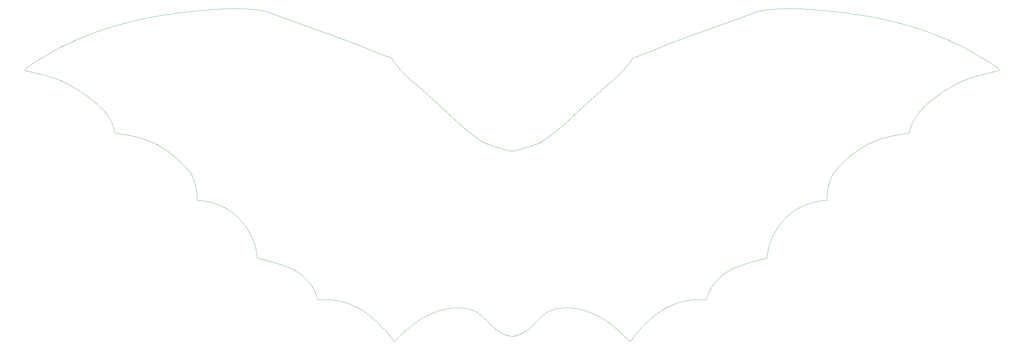
<source format=gm1>
%TF.GenerationSoftware,KiCad,Pcbnew,6.0.2+dfsg-1*%
%TF.CreationDate,2022-06-30T23:37:17+02:00*%
%TF.ProjectId,dragonwings_test,64726167-6f6e-4776-996e-67735f746573,v1.0.0*%
%TF.SameCoordinates,Original*%
%TF.FileFunction,Profile,NP*%
%FSLAX46Y46*%
G04 Gerber Fmt 4.6, Leading zero omitted, Abs format (unit mm)*
G04 Created by KiCad (PCBNEW 6.0.2+dfsg-1) date 2022-06-30 23:37:17*
%MOMM*%
%LPD*%
G01*
G04 APERTURE LIST*
%TA.AperFunction,Profile*%
%ADD10C,0.120385*%
%TD*%
G04 APERTURE END LIST*
D10*
X206109840Y-141101243D02*
X204551267Y-140614351D01*
X110070000Y-157920000D02*
X109670000Y-157910000D01*
X82695533Y-136283420D02*
X82695533Y-136283420D01*
X189130296Y-192674538D02*
X190049474Y-192522240D01*
X287057665Y-97884205D02*
X285692979Y-98382988D01*
X289143899Y-177043252D02*
X289822540Y-176859189D01*
X344917647Y-125506675D02*
X345837599Y-124792546D01*
X242716946Y-198476837D02*
X243694331Y-199348251D01*
X292456419Y-172478471D02*
X292608027Y-171967963D01*
X293429607Y-169932084D02*
X293781159Y-169188909D01*
X169781378Y-111607307D02*
X169454617Y-111495477D01*
X67670983Y-107508183D02*
X66461128Y-108093241D01*
X248577081Y-112380891D02*
X248499676Y-112482434D01*
X65836997Y-119720548D02*
X66938326Y-120264467D01*
X121935924Y-163209937D02*
X122385633Y-163650077D01*
X211120463Y-201356446D02*
X211415764Y-201271365D01*
X120032216Y-96317808D02*
X118749132Y-96335234D01*
X140555823Y-180554363D02*
X141257260Y-181012844D01*
X155155199Y-190284826D02*
X155751229Y-190437392D01*
X200141161Y-194839578D02*
X200442298Y-195106490D01*
X257561977Y-193510896D02*
X258020531Y-193222882D01*
X108732811Y-154500720D02*
X108808008Y-154975490D01*
X146670816Y-187038759D02*
X146916786Y-187583689D01*
X107073455Y-149386873D02*
X107073455Y-149386873D01*
X241672778Y-119927664D02*
X240963799Y-120521274D01*
X124762302Y-166548668D02*
X124762302Y-166548668D01*
X53750000Y-115920000D02*
X53675000Y-116040000D01*
X63188519Y-109851111D02*
X63188519Y-109851111D01*
X356830885Y-109848369D02*
X356830885Y-109848369D01*
X56894292Y-113490111D02*
X56894292Y-113490111D01*
X275328918Y-184019319D02*
X275744365Y-183557028D01*
X169454617Y-111495477D02*
X169052398Y-111350839D01*
X247187489Y-202584015D02*
X247359675Y-202742458D01*
X82695533Y-136283420D02*
X84799991Y-136597621D01*
X293568348Y-96549269D02*
X293568348Y-96549269D01*
X73421284Y-105023415D02*
X73421284Y-105023415D01*
X190956717Y-192415219D02*
X191849652Y-192353699D01*
X64231744Y-109259117D02*
X63188519Y-109851111D01*
X202354062Y-196961505D02*
X202354062Y-196961505D01*
X249945154Y-111704363D02*
X249804684Y-111754767D01*
X209753892Y-201498247D02*
X209460160Y-201469887D01*
X56894292Y-113490111D02*
X56378586Y-113825831D01*
X156940749Y-190807752D02*
X157540979Y-191027147D01*
X315449467Y-146473938D02*
X316150383Y-145764257D01*
X172546020Y-113956928D02*
X172353697Y-113701994D01*
X166527880Y-196776936D02*
X167508266Y-197733317D01*
X206109840Y-141101243D02*
X206109840Y-141101243D01*
X111288454Y-158063448D02*
X111712180Y-158137002D01*
X292302438Y-173084168D02*
X292456419Y-172478471D01*
X165937483Y-110132695D02*
X165937483Y-110132695D01*
X57751358Y-117156602D02*
X59392791Y-117555637D01*
X183497500Y-194526711D02*
X184438449Y-194107414D01*
X109928795Y-96932488D02*
X103873611Y-97582986D01*
X249159984Y-201499460D02*
X249159984Y-201499460D01*
X293568348Y-96549269D02*
X293568348Y-96549269D01*
X126910471Y-170662038D02*
X127188315Y-171348821D01*
X200765422Y-195404175D02*
X201114348Y-195735577D01*
X136463337Y-178726297D02*
X137496441Y-179087060D01*
X167004302Y-110565151D02*
X165937483Y-110132695D01*
X53675000Y-116040000D02*
X53630000Y-116130000D01*
X257110113Y-193809755D02*
X257561977Y-193510896D01*
X53916078Y-115728479D02*
X53819582Y-115830964D01*
X103873611Y-97582986D02*
X98143210Y-98392957D01*
X250211562Y-200190698D02*
X250611512Y-199732478D01*
X335219413Y-136594879D02*
X337323871Y-136280678D01*
X161998873Y-193225624D02*
X162457427Y-193513638D01*
X178648876Y-197387731D02*
X179004645Y-197126781D01*
X103174817Y-145093724D02*
X103869021Y-145766999D01*
X302966926Y-159816910D02*
X303357870Y-159641489D01*
X75101757Y-125509417D02*
X75980931Y-126231145D01*
X288325115Y-177274735D02*
X289143899Y-177043252D01*
X366344404Y-116037258D02*
X366269404Y-115917258D01*
X309136105Y-158001907D02*
X309519411Y-157958828D01*
X169781378Y-111607307D02*
X169781378Y-111607307D01*
X256662902Y-194120987D02*
X257110113Y-193809755D01*
X73421284Y-105023415D02*
X71823380Y-105677464D01*
X248634835Y-112311087D02*
X248577081Y-112380891D01*
X108917582Y-155904036D02*
X108950399Y-156352019D01*
X81928406Y-133842057D02*
X82034428Y-134148881D01*
X198582546Y-193719594D02*
X198831833Y-193863649D01*
X222545823Y-136895436D02*
X221387544Y-137755165D01*
X107247946Y-149708185D02*
X107418454Y-150058212D01*
X254081921Y-110129953D02*
X254081921Y-110129953D01*
X84799991Y-136597621D02*
X84799991Y-136597621D01*
X318459508Y-143661791D02*
X319418232Y-142888912D01*
X311705238Y-152596473D02*
X311835463Y-152134970D01*
X177212063Y-118952013D02*
X176587561Y-118367531D01*
X259962402Y-192148771D02*
X259962402Y-192148771D01*
X143906946Y-101848010D02*
X138684197Y-99969786D01*
X203975356Y-198551162D02*
X204302531Y-198850827D01*
X355787660Y-109256375D02*
X354700739Y-108672281D01*
X297363331Y-96345130D02*
X296060561Y-96392187D01*
X59392791Y-117555637D02*
X60807866Y-117924426D01*
X190049474Y-192522240D02*
X190956717Y-192415219D01*
X180908912Y-195887464D02*
X181316310Y-195651758D01*
X81484249Y-132735073D02*
X81599714Y-132996683D01*
X169807842Y-200193440D02*
X170181762Y-200639197D01*
X165594092Y-195918870D02*
X166056180Y-196336376D01*
X120017554Y-161602105D02*
X120513243Y-161979518D01*
X109030000Y-157920000D02*
X109350000Y-157910000D01*
X249837642Y-200636455D02*
X250211562Y-200190698D01*
X339845103Y-130548161D02*
X339845103Y-130548161D01*
X123242777Y-164570450D02*
X123648378Y-165049048D01*
X310349404Y-157907258D02*
X309949404Y-157917258D01*
X216397407Y-198213451D02*
X216782025Y-197839382D01*
X355938998Y-118962538D02*
X356906278Y-118614910D01*
X305096447Y-158981310D02*
X306024733Y-158689620D01*
X193871474Y-133955521D02*
X192497213Y-132739450D01*
X209390596Y-141972742D02*
X209688973Y-141994395D01*
X301270272Y-96332492D02*
X299987188Y-96315066D01*
X335219413Y-136594879D02*
X335219413Y-136594879D01*
X165139577Y-195522891D02*
X165594092Y-195918870D01*
X242716946Y-198476837D02*
X242716946Y-198476837D01*
X231817847Y-192869150D02*
X232753775Y-193111336D01*
X125117844Y-167111021D02*
X125490317Y-167755281D01*
X154553830Y-190152937D02*
X155155199Y-190284826D01*
X160057002Y-192151513D02*
X160057002Y-192151513D01*
X312435205Y-150431316D02*
X312600950Y-150055470D01*
X240278762Y-196615624D02*
X240650906Y-196867628D01*
X247665707Y-113699252D02*
X247473384Y-113954186D01*
X219235855Y-139167031D02*
X218890913Y-139343744D01*
X317500601Y-144487951D02*
X317500601Y-144487951D01*
X220597672Y-138318250D02*
X219903249Y-138778675D01*
X116661534Y-159644231D02*
X117052478Y-159819652D01*
X311211396Y-154972748D02*
X311286593Y-154497978D01*
X242807341Y-118949271D02*
X242807341Y-118949271D01*
X312771458Y-149705443D02*
X312945949Y-149384131D01*
X237860083Y-195188699D02*
X238286360Y-195417053D01*
X338654749Y-132478386D02*
X338779181Y-132230651D01*
X68960078Y-106914260D02*
X67670983Y-107508183D01*
X127996311Y-174395363D02*
X128103807Y-175003862D01*
X206906425Y-200585443D02*
X207625136Y-200902681D01*
X291915597Y-175001120D02*
X292023093Y-174392621D01*
X123648378Y-165049048D02*
X124037444Y-165538828D01*
X176587561Y-118367531D02*
X175880413Y-117665124D01*
X206000000Y-200120000D02*
X205723325Y-199952447D01*
X236521904Y-194523969D02*
X237424054Y-194963822D01*
X285692979Y-98382988D02*
X285692979Y-98382988D01*
X261870055Y-191267679D02*
X262478425Y-191024405D01*
X276112458Y-101845268D02*
X276112458Y-101845268D01*
X248763272Y-112213697D02*
X248904158Y-112134880D01*
X234637702Y-193729320D02*
X235580955Y-194104672D01*
X210000000Y-142000000D02*
X210000000Y-142000000D01*
X229048798Y-131346029D02*
X227522191Y-132736708D01*
X92710686Y-99367789D02*
X87549136Y-100512865D01*
X86205831Y-136824865D02*
X87551895Y-137078683D01*
X295257102Y-166545926D02*
X295610347Y-166036232D01*
X188201557Y-192871892D02*
X189130296Y-192674538D01*
X146107363Y-185985734D02*
X146401055Y-186506167D01*
X292711963Y-171666662D02*
X292831089Y-171346079D01*
X102518803Y-144490693D02*
X102518803Y-144490693D01*
X329937572Y-137670929D02*
X331176935Y-137358240D01*
X177960752Y-197923780D02*
X178300981Y-197653353D01*
X206000000Y-200120000D02*
X206286024Y-200278820D01*
X239508763Y-196124304D02*
X239898117Y-196367893D01*
X309949404Y-157917258D02*
X309519411Y-157958828D01*
X206109840Y-141101243D02*
X206109840Y-141101243D01*
X129649328Y-176722910D02*
X130196864Y-176861931D01*
X214568480Y-199769622D02*
X214841684Y-199573215D01*
X105865992Y-147869912D02*
X106398174Y-148485788D01*
X364174384Y-116712984D02*
X364174384Y-116712984D01*
X311584459Y-153066421D02*
X311705238Y-152596473D01*
X238851715Y-122300114D02*
X236927221Y-124012018D01*
X346598120Y-105020673D02*
X342088065Y-103332551D01*
X187302988Y-127906757D02*
X185233353Y-125969359D01*
X121340863Y-96322093D02*
X120032216Y-96317808D01*
X349844721Y-122072809D02*
X350908211Y-121442266D01*
X138381271Y-179433129D02*
X138780887Y-179606003D01*
X242315033Y-119380241D02*
X241672778Y-119927664D01*
X116335665Y-96436081D02*
X109928795Y-96932488D01*
X170604989Y-111907538D02*
X170833152Y-112003901D01*
X198631860Y-137757907D02*
X198631860Y-137757907D01*
X321876194Y-98390215D02*
X316145793Y-97580244D01*
X278195969Y-181408474D02*
X278762144Y-181010102D01*
X259962402Y-192148771D02*
X259962402Y-192148771D01*
X121473345Y-162784252D02*
X121935924Y-163209937D01*
X127681713Y-96657518D02*
X126451056Y-96552011D01*
X262991693Y-106627443D02*
X258237436Y-108453294D01*
X106963107Y-149213509D02*
X107073455Y-149386873D01*
X351059326Y-106911518D02*
X349679143Y-106303141D01*
X172376636Y-202997596D02*
X172506539Y-202883423D01*
X238703094Y-195649016D02*
X239110492Y-195884722D01*
X199421732Y-138320992D02*
X198631860Y-137757907D01*
X288593324Y-97352070D02*
X288134704Y-97504116D01*
X215468137Y-140611609D02*
X213909564Y-141098501D01*
X230767093Y-129746534D02*
X229048798Y-131346029D01*
X281335207Y-99967044D02*
X276112458Y-101845268D01*
X150644756Y-189750955D02*
X151348935Y-189775603D01*
X55845020Y-116715726D02*
X55845020Y-116715726D01*
X245879147Y-201350494D02*
X246803310Y-202221783D01*
X144690486Y-184022061D02*
X145081302Y-184495626D01*
X321352260Y-141495370D02*
X322336129Y-140870890D01*
X71823380Y-105677464D02*
X70340261Y-106305883D01*
X302067476Y-160275155D02*
X302600017Y-159994554D01*
X364174384Y-116712984D02*
X364174384Y-116712984D01*
X281638133Y-179430387D02*
X282522963Y-179084318D01*
X93535497Y-138813147D02*
X94612852Y-139266469D01*
X153321592Y-189947982D02*
X153943751Y-190040922D01*
X353081078Y-120261725D02*
X354182407Y-119717806D01*
X294151636Y-168454238D02*
X294529087Y-167752539D01*
X110883299Y-158004649D02*
X111288454Y-158063448D01*
X346598120Y-105020673D02*
X346598120Y-105020673D01*
X147669944Y-189734548D02*
X149911646Y-189741379D01*
X60807866Y-117924426D02*
X62035129Y-118274566D01*
X167508266Y-197733317D02*
X167508266Y-197733317D01*
X273348588Y-187036017D02*
X273618349Y-186503425D01*
X54387788Y-115307572D02*
X54045230Y-115605296D01*
X171115246Y-112137622D02*
X171256132Y-112216439D01*
X235580955Y-194104672D02*
X236521904Y-194523969D01*
X82245407Y-134808808D02*
X82245407Y-134808808D01*
X182595350Y-194966564D02*
X183497500Y-194526711D01*
X345837599Y-124792546D02*
X346794307Y-124089055D01*
X170859420Y-201502202D02*
X170859420Y-201502202D01*
X258237436Y-108453294D02*
X254081921Y-110129953D01*
X173048810Y-114574942D02*
X172546020Y-113956928D01*
X308307224Y-158134260D02*
X308730950Y-158060706D01*
X170480696Y-111857992D02*
X170350404Y-111807894D01*
X72235659Y-123401985D02*
X73225097Y-124091797D01*
X306024733Y-158689620D02*
X306957392Y-158433815D01*
X82245407Y-134808808D02*
X82695533Y-136283420D01*
X316145793Y-97580244D02*
X310090609Y-96929746D01*
X168979937Y-199262318D02*
X169407892Y-199735220D01*
X272880299Y-188138391D02*
X273102618Y-187580947D01*
X200442298Y-195106490D02*
X200765422Y-195404175D01*
X87549136Y-100512865D02*
X82631655Y-101833572D01*
X337984976Y-134146139D02*
X338090998Y-133839315D01*
X165937483Y-110132695D02*
X165937483Y-110132695D01*
X142364139Y-181819798D02*
X142879511Y-182238767D01*
X64080406Y-118965280D02*
X64975514Y-119329047D01*
X218890913Y-139343744D02*
X218527069Y-139513911D01*
X221953359Y-193456331D02*
X222228200Y-193333982D01*
X139158799Y-179781624D02*
X139520127Y-179962130D01*
X209840947Y-141998750D02*
X209688973Y-141994395D01*
X273618349Y-186503425D02*
X273912041Y-185982992D01*
X130875505Y-177045994D02*
X131694289Y-177277477D01*
X221436858Y-193716852D02*
X221690850Y-193582973D01*
X169407892Y-199735220D02*
X169807842Y-200193440D01*
X242716946Y-198476837D02*
X242716946Y-198476837D01*
X250238026Y-111604565D02*
X250089804Y-111654206D01*
X250564787Y-111492735D02*
X250238026Y-111604565D01*
X219577106Y-195103748D02*
X219878243Y-194836836D01*
X212394268Y-200899939D02*
X212394268Y-200899939D01*
X354700739Y-108672281D02*
X353558276Y-108090499D01*
X312945949Y-149384131D02*
X312945949Y-149384131D01*
X55845020Y-116715726D02*
X55845020Y-116715726D01*
X366199822Y-115828222D02*
X366103326Y-115725737D01*
X280499277Y-179959388D02*
X280860605Y-179778882D01*
X125867768Y-168456980D02*
X126238245Y-169191651D01*
X303769572Y-159469255D02*
X304198753Y-159301171D01*
X117510615Y-96374586D02*
X116335665Y-96436081D01*
X168032100Y-198263586D02*
X168521999Y-198772513D01*
X218527069Y-139513911D02*
X218135771Y-139681357D01*
X199858199Y-194600498D02*
X200141161Y-194839578D01*
X128199704Y-175726902D02*
X128226155Y-176071417D01*
X248634835Y-112311087D02*
X248763272Y-112213697D01*
X199589598Y-194386307D02*
X199858199Y-194600498D01*
X198631860Y-137757907D02*
X198631860Y-137757907D01*
X324358993Y-139756977D02*
X325406552Y-139263727D01*
X364493703Y-116640006D02*
X364780012Y-116573340D01*
X109010000Y-157440000D02*
X109020000Y-157700000D01*
X310669404Y-157907258D02*
X310989404Y-157917258D01*
X143906946Y-101848010D02*
X143906946Y-101848010D01*
X118999482Y-160901277D02*
X119512662Y-161242419D01*
X341010035Y-129130525D02*
X341685859Y-128408792D01*
X199080228Y-194020826D02*
X199331546Y-194194064D01*
X247811786Y-113487855D02*
X247811786Y-113487855D01*
X213909564Y-141098501D02*
X213909564Y-141098501D01*
X219253982Y-195401433D02*
X219577106Y-195103748D01*
X296060561Y-96392187D02*
X294789233Y-96460305D01*
X310090609Y-96929746D02*
X303683739Y-96433339D01*
X177302458Y-198479579D02*
X177302458Y-198479579D01*
X58954750Y-112268649D02*
X58178721Y-112718877D01*
X337323871Y-136280678D02*
X337323871Y-136280678D01*
X80830824Y-131512900D02*
X80679965Y-131275454D01*
X128226155Y-176071417D02*
X128226155Y-176381417D01*
X301540472Y-160576755D02*
X302067476Y-160275155D01*
X294529087Y-167752539D02*
X294901560Y-167108279D01*
X195132728Y-135031194D02*
X193871474Y-133955521D01*
X147337914Y-188711270D02*
X147337914Y-188711270D01*
X366103326Y-115725737D02*
X365974174Y-115602554D01*
X287357152Y-177556017D02*
X288325115Y-177274735D01*
X308730950Y-158060706D02*
X309136105Y-158001907D01*
X263078655Y-190805010D02*
X263674115Y-190608691D01*
X197500220Y-193215725D02*
X197500220Y-193215725D01*
X198831833Y-193863649D02*
X199080228Y-194020826D01*
X237424054Y-194963822D02*
X237860083Y-195188699D01*
X276112458Y-101845268D02*
X268798698Y-104481676D01*
X120998812Y-162373840D02*
X121473345Y-162784252D01*
X260615413Y-191829061D02*
X261250174Y-191535630D01*
X207969910Y-201044483D02*
X208295444Y-201167377D01*
X187302988Y-127906757D02*
X187302988Y-127906757D01*
X215410804Y-199116242D02*
X215716873Y-198848085D01*
X249159984Y-201499460D02*
X249487775Y-201071969D01*
X170214720Y-111757509D02*
X170074250Y-111707105D01*
X299987188Y-96315066D02*
X298678541Y-96319351D01*
X127562985Y-172481213D02*
X127716966Y-173086910D01*
X240271321Y-121090804D02*
X239642642Y-121616391D01*
X274229804Y-185474543D02*
X274571778Y-184977899D01*
X310989404Y-157917258D02*
X310999404Y-157697258D01*
X164690598Y-195146913D02*
X165139577Y-195522891D01*
X217665342Y-196958763D02*
X217665342Y-196958763D01*
X242807341Y-118949271D02*
X242807341Y-118949271D01*
X292831089Y-171346079D02*
X293108933Y-170659296D01*
X110499993Y-157961570D02*
X110883299Y-158004649D01*
X206286024Y-200278820D02*
X206586474Y-200432702D01*
X290156188Y-96936435D02*
X289783840Y-97016671D01*
X247849404Y-203187258D02*
X247642768Y-202994854D01*
X73421284Y-105023415D02*
X73421284Y-105023415D01*
X107898278Y-151251621D02*
X108045052Y-151687548D01*
X335219413Y-136594879D02*
X335219413Y-136594879D01*
X172659729Y-202745200D02*
X172831915Y-202586757D01*
X107418454Y-150058212D02*
X107584199Y-150434058D01*
X212049494Y-201041741D02*
X212394268Y-200899939D01*
X229969930Y-192519498D02*
X230889108Y-192671796D01*
X209184097Y-201422620D02*
X209460160Y-201469887D01*
X123958843Y-96394929D02*
X122656073Y-96347872D01*
X203307773Y-140208350D02*
X204551267Y-140614351D01*
X254879827Y-195520149D02*
X255328806Y-195144171D01*
X259962402Y-192148771D02*
X260615413Y-191829061D01*
X313208249Y-148999979D02*
X313397872Y-148755995D01*
X313621230Y-148483046D02*
X314153412Y-147867170D01*
X82245407Y-134808808D02*
X82245407Y-134808808D01*
X160057002Y-192151513D02*
X160057002Y-192151513D01*
X337387749Y-101830830D02*
X332470268Y-100510123D01*
X53630000Y-116130000D02*
X53910000Y-116230000D01*
X181167689Y-122302856D02*
X180376762Y-121619133D01*
X278762144Y-181010102D02*
X279463581Y-180551621D01*
X106811155Y-149002721D02*
X106963107Y-149213509D01*
X180121287Y-196370635D02*
X180510641Y-196127046D01*
X248673470Y-202142209D02*
X249159984Y-201499460D01*
X184438449Y-194107414D02*
X185381702Y-193732062D01*
X209236359Y-141953630D02*
X209073534Y-141927786D01*
X200448954Y-138982692D02*
X200116155Y-138781417D01*
X289013595Y-97221884D02*
X288593324Y-97352070D01*
X291356387Y-96753954D02*
X290931274Y-96807681D01*
X252511138Y-197730575D02*
X252511138Y-197730575D01*
X108977478Y-156878285D02*
X108989852Y-157086834D01*
X144275039Y-183559770D02*
X144690486Y-184022061D01*
X108645048Y-154022811D02*
X108732811Y-154500720D01*
X159403991Y-191831803D02*
X160057002Y-192151513D01*
X251934747Y-110984584D02*
X250967006Y-111348097D01*
X149911646Y-189741379D02*
X150644756Y-189750955D01*
X108950399Y-156352019D02*
X108977478Y-156878285D01*
X244795609Y-200349393D02*
X245879147Y-201350494D01*
X81364655Y-132481128D02*
X81484249Y-132735073D01*
X364705476Y-114579158D02*
X364176749Y-114194180D01*
X362268046Y-117153860D02*
X364174384Y-116712984D01*
X171917282Y-202873833D02*
X172043998Y-203026911D01*
X247473384Y-113954186D02*
X246970594Y-114572200D01*
X179748083Y-121093546D02*
X179748083Y-121093546D01*
X161531592Y-192946931D02*
X161998873Y-193225624D01*
X124762302Y-166548668D02*
X124762302Y-166548668D01*
X222519184Y-193212983D02*
X223245512Y-192949780D01*
X199331546Y-194194064D02*
X199589598Y-194386307D01*
X167508266Y-197733317D02*
X167508266Y-197733317D01*
X160057002Y-192151513D02*
X160562694Y-192411401D01*
X176325073Y-199350993D02*
X177302458Y-198479579D01*
X276112458Y-101845268D02*
X276112458Y-101845268D01*
X292023093Y-174392621D02*
X292155018Y-173737928D01*
X272349460Y-189731806D02*
X272681490Y-188708528D01*
X190970606Y-131348771D02*
X189252311Y-129749276D01*
X130235564Y-97019413D02*
X129863216Y-96939177D01*
X179004645Y-197126781D02*
X179368498Y-196870370D01*
X201492888Y-196103638D02*
X202354062Y-196961505D01*
X108950399Y-156352019D02*
X108950399Y-156352019D01*
X337773997Y-134806066D02*
X337879545Y-134467904D01*
X240271321Y-121090804D02*
X240271321Y-121090804D01*
X311286593Y-154497978D02*
X311374356Y-154020069D01*
X146916786Y-187583689D02*
X147139105Y-188141133D01*
X206586474Y-200432702D02*
X206906425Y-200585443D01*
X160562694Y-192411401D02*
X161053544Y-192676032D01*
X251497405Y-198769771D02*
X251987304Y-198260844D01*
X254425312Y-195916128D02*
X254879827Y-195520149D01*
X291793249Y-176378675D02*
X291793249Y-176068675D01*
X153943751Y-190040922D02*
X154553830Y-190152937D01*
X145789600Y-185477285D02*
X146107363Y-185985734D01*
X77600849Y-127685243D02*
X78333545Y-128411534D01*
X297197847Y-164101112D02*
X297633771Y-163647335D01*
X145447626Y-184980641D02*
X145789600Y-185477285D01*
X104569937Y-146476680D02*
X105246087Y-147188930D01*
X177302458Y-198479579D02*
X177627981Y-198199144D01*
X270107758Y-189738637D02*
X270107758Y-189738637D01*
X296371026Y-165046306D02*
X296776627Y-164567708D01*
X55239392Y-116576082D02*
X54984380Y-116515117D01*
X80174301Y-130550903D02*
X80352411Y-130795911D01*
X81711757Y-133267413D02*
X81821085Y-133548720D01*
X351988338Y-120837558D02*
X353081078Y-120261725D01*
X100601172Y-142891654D02*
X101559896Y-143664533D01*
X346598120Y-105020673D02*
X346598120Y-105020673D01*
X338535155Y-132732331D02*
X338654749Y-132478386D01*
X138684197Y-99969786D02*
X134326425Y-98385730D01*
X268798698Y-104481676D02*
X262991693Y-106627443D01*
X249083594Y-112047443D02*
X248904158Y-112134880D01*
X356906278Y-118614910D02*
X357984275Y-118271824D01*
X338307647Y-133264671D02*
X338419690Y-132993941D01*
X181316310Y-195651758D02*
X181733044Y-195419795D01*
X317500601Y-144487951D02*
X317500601Y-144487951D01*
X212029681Y-141665833D02*
X212323961Y-141579524D01*
X69111193Y-121445008D02*
X70174683Y-122075551D01*
X310999404Y-157697258D02*
X311009404Y-157437258D01*
X261250174Y-191535630D02*
X261870055Y-191267679D01*
X112151201Y-158224348D02*
X113062012Y-158436557D01*
X234786051Y-125966617D02*
X232716416Y-127904015D01*
X64975514Y-119329047D02*
X65836997Y-119720548D01*
X155751229Y-190437392D02*
X156345289Y-190611433D01*
X292608027Y-171967963D02*
X292608027Y-171967963D01*
X91274270Y-138018656D02*
X92424064Y-138397845D01*
X220161205Y-194597756D02*
X220429806Y-194383565D01*
X242807341Y-118949271D02*
X242315033Y-119380241D01*
X173216094Y-202224525D02*
X173216094Y-202224525D01*
X80974015Y-131750735D02*
X81110245Y-131990414D01*
X197500220Y-193215725D02*
X197500220Y-193215725D01*
X55313928Y-114581900D02*
X54819830Y-114959278D01*
X213112979Y-200582701D02*
X213432930Y-200429960D01*
X187302988Y-127906757D02*
X187302988Y-127906757D01*
X313397872Y-148755995D02*
X313621230Y-148483046D01*
X127411377Y-171970705D02*
X127562985Y-172481213D01*
X179748083Y-121093546D02*
X179748083Y-121093546D01*
X311374356Y-154020069D02*
X311473904Y-153541918D01*
X57461241Y-113144000D02*
X56894292Y-113490111D01*
X227293498Y-192335159D02*
X228169752Y-192350957D01*
X151348935Y-189775603D02*
X152027553Y-189816123D01*
X183497500Y-194526711D02*
X183497500Y-194526711D01*
X207625136Y-200902681D02*
X207969910Y-201044483D01*
X173674817Y-115299702D02*
X173048810Y-114574942D01*
X108808008Y-154975490D02*
X108869859Y-155444228D01*
X241370528Y-197384989D02*
X241718423Y-197650611D01*
X197791204Y-193336724D02*
X198066045Y-193459073D01*
X247359675Y-202742458D02*
X247512865Y-202880681D01*
X361064654Y-112265907D02*
X360322060Y-111844478D01*
X168032100Y-198263586D02*
X167508266Y-197733317D01*
X172831915Y-202586757D02*
X173018801Y-202411922D01*
X316844587Y-145090982D02*
X317500601Y-144487951D01*
X120513243Y-161979518D02*
X120998812Y-162373840D01*
X269374648Y-189748213D02*
X270107758Y-189738637D01*
X263674115Y-190608691D02*
X264268175Y-190434650D01*
X208295444Y-201167377D02*
X208604488Y-201271365D01*
X108045052Y-151687548D02*
X108183941Y-152137712D01*
X254081921Y-110129953D02*
X254081921Y-110129953D01*
X245636535Y-116083534D02*
X244887613Y-116886986D01*
X311029552Y-157084092D02*
X311041926Y-156875543D01*
X337773997Y-134806066D02*
X337773997Y-134806066D01*
X122821557Y-164103854D02*
X123242777Y-164570450D01*
X331176935Y-137358240D02*
X332467509Y-137075941D01*
X339045389Y-131747993D02*
X339188580Y-131510158D01*
X223245512Y-192949780D02*
X224002761Y-192733633D01*
X118478932Y-160579497D02*
X118999482Y-160901277D01*
X170859420Y-201502202D02*
X171345934Y-202144951D01*
X87551895Y-137078683D02*
X88842469Y-137360982D01*
X365035024Y-116512375D02*
X365260451Y-116456499D01*
X285692979Y-98382988D02*
X281335207Y-99967044D01*
X130612699Y-97113694D02*
X130235564Y-97019413D01*
X360322060Y-111844478D02*
X360322060Y-111844478D01*
X182159321Y-195191441D02*
X182595350Y-194966564D01*
X222228200Y-193333982D02*
X222519184Y-193212983D01*
X359211538Y-117921684D02*
X360626613Y-117552895D01*
X344038473Y-126228403D02*
X344917647Y-125506675D01*
X201492335Y-139516653D02*
X201128491Y-139346486D01*
X247849404Y-203187258D02*
X247975406Y-203024169D01*
X357984275Y-118271824D02*
X359211538Y-117921684D01*
X342418555Y-127682501D02*
X343204101Y-126954692D01*
X289406705Y-97110952D02*
X289013595Y-97221884D01*
X175131791Y-116889728D02*
X174382869Y-116086276D01*
X363640818Y-113823089D02*
X363125112Y-113487369D01*
X288134704Y-97504116D02*
X287057665Y-97884205D01*
X244887613Y-116886986D02*
X244138991Y-117662382D01*
X81240223Y-132233393D02*
X81364655Y-132481128D01*
X143369692Y-182668300D02*
X143834821Y-183108575D01*
X98143210Y-98392957D02*
X92710686Y-99367789D01*
X117419387Y-159997296D02*
X117951928Y-160277897D01*
X247975406Y-203024169D02*
X248102122Y-202871091D01*
X186324887Y-193400876D02*
X187265629Y-193114078D01*
X196320317Y-136000677D02*
X195132728Y-135031194D01*
X166056180Y-196336376D02*
X166527880Y-196776936D01*
X366269404Y-115917258D02*
X366199822Y-115828222D01*
X126589797Y-169934826D02*
X126910471Y-170662038D01*
X239898117Y-196367893D02*
X240278762Y-196615624D01*
X130196864Y-176861931D02*
X130875505Y-177045994D01*
X230889108Y-192671796D02*
X231817847Y-192869150D01*
X122656073Y-96347872D02*
X121340863Y-96322093D01*
X296776627Y-164567708D02*
X297197847Y-164101112D01*
X161781968Y-108456036D02*
X157027711Y-106630185D01*
X212029681Y-141665833D02*
X211765168Y-141738944D01*
X309519411Y-157958828D02*
X309519411Y-157958828D01*
X293568348Y-96549269D02*
X292337691Y-96654776D01*
X250967006Y-111348097D02*
X250564787Y-111492735D01*
X314153412Y-147867170D02*
X314773317Y-147186188D01*
X339339439Y-131272712D02*
X339498674Y-131034201D01*
X239642642Y-121616391D02*
X238851715Y-122300114D01*
X88842469Y-137360982D02*
X90081832Y-137673671D01*
X122385633Y-163650077D02*
X122821557Y-164103854D01*
X208896734Y-141896020D02*
X209073534Y-141927786D01*
X79624295Y-129847403D02*
X80174301Y-130550903D01*
X267335421Y-189870573D02*
X267991851Y-189813381D01*
X54758953Y-116459241D02*
X54984380Y-116515117D01*
X172043998Y-203026911D02*
X172170000Y-203190000D01*
X292608027Y-171967963D02*
X292608027Y-171967963D01*
X338419690Y-132993941D02*
X338535155Y-132732331D01*
X124762302Y-166548668D02*
X125117844Y-167111021D01*
X239110492Y-195884722D02*
X239508763Y-196124304D01*
X126451056Y-96552011D02*
X125230171Y-96463047D01*
X198066045Y-193459073D02*
X198328554Y-193585715D01*
X298678541Y-96319351D02*
X297363331Y-96345130D01*
X169929600Y-111656948D02*
X169781378Y-111607307D01*
X165937483Y-110132695D02*
X161781968Y-108456036D01*
X131884700Y-97506858D02*
X131426080Y-97354812D01*
X325406552Y-139263727D02*
X326483907Y-138810405D01*
X253015102Y-110562409D02*
X251934747Y-110984584D01*
X203307773Y-140208350D02*
X202310936Y-139852648D01*
X209998543Y-201507700D02*
X209753892Y-201498247D01*
X264268175Y-190434650D02*
X264864205Y-190282084D01*
X185233353Y-125969359D02*
X183092183Y-124014760D01*
X332470268Y-100510123D02*
X327308718Y-99365047D01*
X107073455Y-149386873D02*
X107247946Y-149708185D01*
X128177940Y-175519038D02*
X128103807Y-175003862D01*
X293781159Y-169188909D02*
X294151636Y-168454238D01*
X168084657Y-110987326D02*
X167004302Y-110565151D01*
X258487812Y-192944189D02*
X258965860Y-192673290D01*
X105246087Y-147188930D02*
X105865992Y-147869912D01*
X221387544Y-137755165D02*
X221387544Y-137755165D01*
X294901560Y-167108279D02*
X295257102Y-166545926D01*
X210311026Y-141994395D02*
X210609404Y-141972742D01*
X139520127Y-179962130D02*
X139869993Y-180149662D01*
X73225097Y-124091797D02*
X74181805Y-124795288D01*
X96682458Y-140294804D02*
X97683275Y-140873632D01*
X242391423Y-198196402D02*
X242716946Y-198476837D01*
X247000603Y-202409180D02*
X247187489Y-202584015D01*
X223699087Y-135997935D02*
X222545823Y-136895436D01*
X276184583Y-183105833D02*
X276649712Y-182665558D01*
X53910000Y-116230000D02*
X54243064Y-116316033D01*
X279463581Y-180551621D02*
X280149411Y-180146920D01*
X207625136Y-200902681D02*
X207625136Y-200902681D01*
X92424064Y-138397845D02*
X93535497Y-138813147D01*
X196773892Y-192952522D02*
X197500220Y-193215725D01*
X178346626Y-119930406D02*
X177704371Y-119382983D01*
X340395109Y-129844661D02*
X341010035Y-129130525D01*
X81110245Y-131990414D02*
X81240223Y-132233393D01*
X313056297Y-149210767D02*
X313208249Y-148999979D01*
X320381055Y-142167408D02*
X321352260Y-141495370D01*
X317500601Y-144487951D02*
X318459508Y-143661791D01*
X211120463Y-201356446D02*
X210836155Y-201422620D01*
X141823435Y-181411216D02*
X142364139Y-181819798D01*
X170074250Y-111707105D02*
X169929600Y-111656948D01*
X311835463Y-152134970D02*
X311974352Y-151684806D01*
X365631616Y-115304830D02*
X365199574Y-114956536D01*
X283556067Y-178723555D02*
X284778414Y-178330980D01*
X80830824Y-131512900D02*
X80974015Y-131750735D01*
X255328806Y-195144171D02*
X255774286Y-194786669D01*
X319418232Y-142888912D02*
X320381055Y-142167408D01*
X185381702Y-193732062D02*
X186324887Y-193400876D01*
X337773997Y-134806066D02*
X337773997Y-134806066D01*
X169052398Y-111350839D02*
X168084657Y-110987326D01*
X248499676Y-112482434D02*
X248405998Y-112610889D01*
X171115246Y-112137622D02*
X170935810Y-112050185D01*
X352348421Y-107505441D02*
X351059326Y-106911518D01*
X191849652Y-192353699D02*
X192725906Y-192337901D01*
X311101822Y-155901294D02*
X311149545Y-155441486D01*
X54243064Y-116316033D02*
X54472540Y-116383631D01*
X54472540Y-116383631D02*
X54561400Y-116407842D01*
X214568480Y-199769622D02*
X214296079Y-199949705D01*
X218905056Y-195732835D02*
X218526516Y-196100896D01*
X107744401Y-150832826D02*
X107584199Y-150434058D01*
X157027711Y-106630185D02*
X151220706Y-104484418D01*
X198328554Y-193585715D02*
X198582546Y-193719594D01*
X244138991Y-117662382D02*
X243431843Y-118364789D01*
X356830885Y-109848369D02*
X356830885Y-109848369D01*
X108314166Y-152599215D02*
X108434945Y-153069163D01*
X262478425Y-191024405D02*
X263078655Y-190805010D01*
X311473904Y-153541918D02*
X311584459Y-153066421D01*
X241718423Y-197650611D02*
X242058652Y-197921038D01*
X132961739Y-97886947D02*
X131884700Y-97506858D01*
X312435205Y-150431316D02*
X312275003Y-150830084D01*
X219570450Y-138979950D02*
X219235855Y-139167031D01*
X303683739Y-96433339D02*
X302508789Y-96371844D01*
X217665342Y-196958763D02*
X217665342Y-196958763D01*
X281238517Y-179603261D02*
X281638133Y-179430387D01*
X250238026Y-111604565D02*
X250238026Y-111604565D01*
X251039467Y-199259576D02*
X251497405Y-198769771D01*
X248299427Y-112761426D02*
X248061119Y-113109441D01*
X338779181Y-132230651D02*
X338909159Y-131987672D01*
X273912041Y-185982992D02*
X274229804Y-185474543D01*
X248061119Y-113109441D02*
X247811786Y-113487855D01*
X276649712Y-182665558D02*
X277139893Y-182236025D01*
X312945949Y-149384131D02*
X312945949Y-149384131D01*
X172207618Y-113490597D02*
X171958285Y-113112183D01*
X299020592Y-162371098D02*
X299506161Y-161976776D01*
X294789233Y-96460305D02*
X293568348Y-96549269D01*
X311974352Y-151684806D02*
X312121126Y-151248879D01*
X108950399Y-156352019D02*
X108950399Y-156352019D01*
X171755118Y-202671288D02*
X171917282Y-202873833D01*
X247512865Y-202880681D02*
X247642768Y-202994854D01*
X211724808Y-201167377D02*
X212049494Y-201041741D01*
X59697344Y-111847220D02*
X58954750Y-112268649D01*
X132662252Y-177558759D02*
X133788431Y-177892217D01*
X113994671Y-158692362D02*
X114922957Y-158984052D01*
X54819830Y-114959278D02*
X54387788Y-115307572D01*
X108545500Y-153544660D02*
X108645048Y-154022811D01*
X126451056Y-96552011D02*
X126451056Y-96552011D01*
X82695533Y-136283420D02*
X82695533Y-136283420D01*
X241014759Y-197124039D02*
X241370528Y-197384989D01*
X81599714Y-132996683D02*
X81711757Y-133267413D01*
X322336129Y-140870890D02*
X323336946Y-140292062D01*
X210926466Y-141927786D02*
X211316739Y-141852272D01*
X129484467Y-96870382D02*
X129088130Y-96810423D01*
X126238245Y-169191651D02*
X126589797Y-169934826D01*
X280860605Y-179778882D02*
X281238517Y-179603261D01*
X272681490Y-188708528D02*
X272681490Y-188708528D01*
X110499993Y-157961570D02*
X110070000Y-157920000D01*
X110499993Y-157961570D02*
X110499993Y-157961570D01*
X219878243Y-194836836D02*
X220161205Y-194597756D01*
X215716873Y-198848085D02*
X216044048Y-198548420D01*
X360322060Y-111844478D02*
X360322060Y-111844478D01*
X180376762Y-121619133D02*
X179748083Y-121093546D01*
X339845103Y-130548161D02*
X339845103Y-130548161D01*
X312600950Y-150055470D02*
X312771458Y-149705443D01*
X253963224Y-196333634D02*
X254425312Y-195916128D01*
X56378586Y-113825831D02*
X55842655Y-114196922D01*
X365260451Y-116456499D02*
X365458004Y-116405100D01*
X301019922Y-160898535D02*
X301540472Y-160576755D01*
X265465574Y-190150195D02*
X266075653Y-190038180D01*
X365035024Y-116512375D02*
X364780012Y-116573340D01*
X106398174Y-148485788D02*
X106621532Y-148758737D01*
X117052478Y-159819652D02*
X117419387Y-159997296D01*
X194418876Y-192444360D02*
X195230847Y-192567062D01*
X250238026Y-111604565D02*
X250238026Y-111604565D01*
X298546059Y-162781510D02*
X299020592Y-162371098D01*
X147337914Y-188711270D02*
X147337914Y-188711270D01*
X181733044Y-195419795D02*
X182159321Y-195191441D01*
X236521904Y-194523969D02*
X236521904Y-194523969D01*
X202354062Y-196961505D02*
X202354062Y-196961505D01*
X224886676Y-135028452D02*
X223699087Y-135997935D01*
X61418104Y-110871738D02*
X59697344Y-111847220D01*
X192497213Y-132739450D02*
X190970606Y-131348771D01*
X156345289Y-190611433D02*
X156940749Y-190807752D01*
X84799991Y-136597621D02*
X84799991Y-136597621D01*
X124409057Y-166038974D02*
X124762302Y-166548668D01*
X80520730Y-131036943D02*
X80679965Y-131275454D01*
X149911646Y-189741379D02*
X149911646Y-189741379D01*
X295257102Y-166545926D02*
X295257102Y-166545926D01*
X316150383Y-145764257D02*
X316844587Y-145090982D01*
X103869021Y-145766999D02*
X104569937Y-146476680D01*
X171958285Y-113112183D02*
X171719977Y-112764168D01*
X82034428Y-134148881D02*
X82139859Y-134470646D01*
X158769230Y-191538372D02*
X159403991Y-191831803D01*
X128199704Y-175726902D02*
X128177940Y-175519038D01*
X307868203Y-158221606D02*
X308307224Y-158134260D01*
X339666993Y-130793169D02*
X339845103Y-130548161D01*
X75980931Y-126231145D02*
X76815303Y-126957434D01*
X206990315Y-141371544D02*
X206109840Y-141101243D01*
X53819582Y-115830964D02*
X53750000Y-115920000D01*
X171719977Y-112764168D02*
X171613406Y-112613631D01*
X65318665Y-108675023D02*
X64231744Y-109259117D01*
X147139105Y-188141133D02*
X147337914Y-188711270D01*
X221387544Y-137755165D02*
X221387544Y-137755165D01*
X187265629Y-193114078D02*
X188201557Y-192871892D01*
X312121126Y-151248879D02*
X312275003Y-150830084D01*
X205177720Y-199575957D02*
X205450924Y-199772364D01*
X205450924Y-199772364D02*
X205723325Y-199952447D01*
X171755118Y-202671288D02*
X171345934Y-202144951D01*
X180510641Y-196127046D02*
X180908912Y-195887464D01*
X292608027Y-171967963D02*
X292711963Y-171666662D01*
X128663017Y-96756696D02*
X127681713Y-96657518D01*
X108183941Y-152137712D02*
X108314166Y-152599215D01*
X258020531Y-193222882D02*
X258487812Y-192944189D01*
X246803310Y-202221783D02*
X246803310Y-202221783D01*
X98667144Y-141498112D02*
X99638349Y-142170150D01*
X203237379Y-197842124D02*
X203621997Y-198216193D01*
X249669000Y-111805152D02*
X249538708Y-111855250D01*
X255774286Y-194786669D02*
X256218306Y-194446116D01*
X337879545Y-134467904D02*
X337984976Y-134146139D01*
X240650906Y-196867628D02*
X241014759Y-197124039D01*
X211316739Y-141852272D02*
X211528827Y-141800788D01*
X80352411Y-130795911D02*
X80520730Y-131036943D01*
X108434945Y-153069163D02*
X108545500Y-153544660D01*
X129863216Y-96939177D02*
X129484467Y-96870382D01*
X355043890Y-119326305D02*
X355938998Y-118962538D01*
X304198753Y-159301171D02*
X305096447Y-158981310D01*
X134326425Y-98385730D02*
X134326425Y-98385730D01*
X277655265Y-181817056D02*
X278195969Y-181408474D01*
X346794307Y-124089055D02*
X347783745Y-123399243D01*
X80174301Y-130550903D02*
X80174301Y-130550903D01*
X183092183Y-124014760D02*
X181167689Y-122302856D01*
X353558276Y-108090499D02*
X352348421Y-107505441D01*
X214841684Y-199573215D02*
X215120767Y-199356687D01*
X337323871Y-136280678D02*
X337323871Y-136280678D01*
X240963799Y-120521274D02*
X240271321Y-121090804D01*
X94612852Y-139266469D02*
X95660411Y-139759719D01*
X138780887Y-179606003D02*
X139158799Y-179781624D01*
X131694289Y-177277477D02*
X132662252Y-177558759D01*
X220429806Y-194383565D02*
X220687858Y-194191322D01*
X134326425Y-98385730D02*
X134326425Y-98385730D01*
X177302458Y-198479579D02*
X177302458Y-198479579D01*
X152027553Y-189816123D02*
X152683983Y-189873315D01*
X170859420Y-201502202D02*
X170859420Y-201502202D01*
X363125112Y-113487369D02*
X363125112Y-113487369D01*
X338909159Y-131987672D02*
X339045389Y-131747993D01*
X366389404Y-116127258D02*
X366344404Y-116037258D01*
X171256132Y-112216439D02*
X171384569Y-112313829D01*
X226436299Y-192365305D02*
X227293498Y-192335159D01*
X312945949Y-149384131D02*
X313056297Y-149210767D01*
X171519728Y-112485176D02*
X171442323Y-112383633D01*
X197500220Y-193215725D02*
X197791204Y-193336724D01*
X333813573Y-136822123D02*
X335219413Y-136594879D01*
X224788557Y-192564320D02*
X225600528Y-192441618D01*
X99638349Y-142170150D02*
X100601172Y-142891654D01*
X302508789Y-96371844D02*
X301270272Y-96332492D01*
X292155018Y-173737928D02*
X292302438Y-173084168D01*
X221387544Y-137755165D02*
X220597672Y-138318250D01*
X125490317Y-167755281D02*
X125867768Y-168456980D01*
X289783840Y-97016671D02*
X289406705Y-97110952D01*
X365546864Y-116380889D02*
X365776340Y-116313291D01*
X350908211Y-121442266D02*
X351988338Y-120837558D01*
X76815303Y-126957434D02*
X77600849Y-127685243D01*
X200783549Y-139169773D02*
X200448954Y-138982692D01*
X365458004Y-116405100D02*
X365546864Y-116380889D01*
X213909564Y-141098501D02*
X213909564Y-141098501D01*
X109670000Y-157910000D02*
X109350000Y-157910000D01*
X246803310Y-202221783D02*
X247000603Y-202409180D01*
X249186252Y-112001159D02*
X249414415Y-111904796D01*
X161053544Y-192676032D02*
X161531592Y-192946931D01*
X250611512Y-199732478D02*
X251039467Y-199259576D01*
X311069005Y-156349277D02*
X311101822Y-155901294D01*
X361840683Y-112716135D02*
X361064654Y-112265907D01*
X213432930Y-200429960D02*
X213733380Y-200276078D01*
X225600528Y-192441618D02*
X226436299Y-192365305D01*
X126451056Y-96552011D02*
X126451056Y-96552011D01*
X81821085Y-133548720D02*
X81928406Y-133842057D01*
X143834821Y-183108575D02*
X144275039Y-183559770D01*
X147337914Y-188711270D02*
X147669944Y-189734548D01*
X162909291Y-193812497D02*
X163356502Y-194123729D01*
X310669404Y-157907258D02*
X310349404Y-157907258D01*
X107744401Y-150832826D02*
X107898278Y-151251621D01*
X133788431Y-177892217D02*
X133788431Y-177892217D01*
X131005809Y-97224626D02*
X130612699Y-97113694D01*
X102518803Y-144490693D02*
X102518803Y-144490693D01*
X207992042Y-141667551D02*
X207695443Y-141582266D01*
X127307441Y-171669404D02*
X127411377Y-171970705D01*
X208604488Y-201271365D02*
X208899789Y-201356446D01*
X141257260Y-181012844D02*
X141823435Y-181411216D01*
X311069005Y-156349277D02*
X311069005Y-156349277D01*
X362558163Y-113141258D02*
X361840683Y-112716135D01*
X232753775Y-193111336D02*
X233694517Y-193398134D01*
X200116155Y-138781417D02*
X199421732Y-138320992D01*
X115820651Y-159303913D02*
X116249832Y-159471997D01*
X284778414Y-178330980D02*
X286230973Y-177889475D01*
X127716966Y-173086910D02*
X127864386Y-173740670D01*
X282522963Y-179084318D02*
X283556067Y-178723555D01*
X347783745Y-123399243D02*
X348801891Y-122726148D01*
X365199574Y-114956536D02*
X364705476Y-114579158D01*
X168521999Y-198772513D02*
X168979937Y-199262318D01*
X164245118Y-194789411D02*
X164690598Y-195146913D01*
X338198319Y-133545978D02*
X338307647Y-133264671D01*
X183497500Y-194526711D02*
X183497500Y-194526711D01*
X302600017Y-159994554D02*
X302966926Y-159816910D01*
X95660411Y-139759719D02*
X96682458Y-140294804D01*
X197473581Y-136898178D02*
X196320317Y-136000677D01*
X291793249Y-176378675D02*
X290370076Y-176720168D01*
X127864386Y-173740670D02*
X127996311Y-174395363D01*
X364176749Y-114194180D02*
X363640818Y-113823089D01*
X220939176Y-194018084D02*
X221187571Y-193860907D01*
X246344587Y-115296960D02*
X245636535Y-116083534D01*
X84799991Y-136597621D02*
X86205831Y-136824865D01*
X222519184Y-193212983D02*
X222519184Y-193212983D01*
X177627981Y-198199144D02*
X177960752Y-197923780D01*
X274571778Y-184977899D02*
X274938102Y-184492884D01*
X131426080Y-97354812D02*
X131005809Y-97224626D01*
X259456710Y-192408659D02*
X259962402Y-192148771D01*
X274938102Y-184492884D02*
X275328918Y-184019319D01*
X63188519Y-109851111D02*
X61418104Y-110871738D01*
X157540979Y-191027147D02*
X158149349Y-191270421D01*
X209184097Y-201422620D02*
X208899789Y-201356446D01*
X54045230Y-115605296D02*
X53916078Y-115728479D01*
X253491524Y-196774194D02*
X253963224Y-196333634D01*
X127411377Y-171970705D02*
X127411377Y-171970705D01*
X240271321Y-121090804D02*
X240271321Y-121090804D01*
X207625136Y-200902681D02*
X207625136Y-200902681D01*
X212394268Y-200899939D02*
X212394268Y-200899939D01*
X170531629Y-201074711D02*
X170859420Y-201502202D01*
X215468137Y-140611609D02*
X216711631Y-140205608D01*
X145081302Y-184495626D02*
X145447626Y-184980641D01*
X339339439Y-131272712D02*
X339188580Y-131510158D01*
X127188315Y-171348821D02*
X127307441Y-171669404D01*
X247811786Y-113487855D02*
X247665707Y-113699252D01*
X117951928Y-160277897D02*
X118478932Y-160579497D01*
X270107758Y-189738637D02*
X272349460Y-189731806D01*
X79009369Y-129133267D02*
X79624295Y-129847403D01*
X326483907Y-138810405D02*
X327595340Y-138395103D01*
X109020000Y-157700000D02*
X109030000Y-157920000D01*
X204608600Y-199118984D02*
X204302531Y-198850827D01*
X356830885Y-109848369D02*
X355787660Y-109256375D01*
X215410804Y-199116242D02*
X215120767Y-199356687D01*
X179740642Y-196618366D02*
X180121287Y-196370635D01*
X348196024Y-105674722D02*
X346598120Y-105020673D01*
X62035129Y-118274566D02*
X63113126Y-118617652D01*
X219903249Y-138778675D02*
X219570450Y-138979950D01*
X119512662Y-161242419D02*
X120017554Y-161602105D01*
X146401055Y-186506167D02*
X146670816Y-187038759D01*
X210311026Y-141994395D02*
X210000000Y-142000000D01*
X217665342Y-196958763D02*
X216782025Y-197839382D01*
X135240990Y-178333722D02*
X136463337Y-178726297D01*
X202310936Y-139852648D02*
X201883633Y-139684099D01*
X358601300Y-110868996D02*
X356830885Y-109848369D01*
X252511138Y-197730575D02*
X253491524Y-196774194D01*
X208704984Y-141853990D02*
X208492896Y-141802506D01*
X101559896Y-143664533D02*
X102518803Y-144490693D01*
X175223795Y-200352135D02*
X176325073Y-199350993D01*
X360322060Y-111844478D02*
X358601300Y-110868996D01*
X220687858Y-194191322D02*
X220939176Y-194018084D01*
X221187571Y-193860907D02*
X221436858Y-193716852D01*
X213733380Y-200276078D02*
X214019404Y-200117258D01*
X58178721Y-112718877D02*
X57461241Y-113144000D01*
X295257102Y-166545926D02*
X295257102Y-166545926D01*
X348801891Y-122726148D02*
X349844721Y-122072809D01*
X290534937Y-96867640D02*
X290156188Y-96936435D01*
X55525701Y-116642748D02*
X55845020Y-116715726D01*
X177212063Y-118952013D02*
X177212063Y-118952013D01*
X250089804Y-111654206D02*
X249945154Y-111704363D01*
X210836155Y-201422620D02*
X210560092Y-201469887D01*
X254081921Y-110129953D02*
X253015102Y-110562409D01*
X162457427Y-193513638D02*
X162909291Y-193812497D01*
X66938326Y-120264467D02*
X68031066Y-120840300D01*
X173216094Y-202224525D02*
X174140257Y-201353236D01*
X158149349Y-191270421D02*
X158769230Y-191538372D01*
X134326425Y-98385730D02*
X132961739Y-97886947D01*
X328745134Y-138015914D02*
X329937572Y-137670929D01*
X212394268Y-200899939D02*
X213112979Y-200582701D01*
X211724808Y-201167377D02*
X211415764Y-201271365D01*
X311041926Y-156875543D02*
X311069005Y-156349277D01*
X293108933Y-170659296D02*
X293429607Y-169932084D01*
X266697812Y-189945240D02*
X267335421Y-189870573D01*
X59697344Y-111847220D02*
X59697344Y-111847220D01*
X213909564Y-141098501D02*
X213029089Y-141368802D01*
X248673470Y-202142209D02*
X248264286Y-202668546D01*
X323336946Y-140292062D02*
X324358993Y-139756977D01*
X247811786Y-113487855D02*
X247811786Y-113487855D01*
X137496441Y-179087060D02*
X138381271Y-179433129D01*
X266075653Y-190038180D02*
X266697812Y-189945240D01*
X256218306Y-194446116D02*
X256662902Y-194120987D01*
X174382869Y-116086276D02*
X173674817Y-115299702D01*
X163356502Y-194123729D02*
X163801098Y-194448858D01*
X272681490Y-188708528D02*
X272681490Y-188708528D01*
X111712180Y-158137002D02*
X112151201Y-158224348D01*
X171613406Y-112613631D02*
X171519728Y-112485176D01*
X354182407Y-119717806D02*
X355043890Y-119326305D01*
X193583105Y-192368047D02*
X194418876Y-192444360D01*
X55842655Y-114196922D02*
X55313928Y-114581900D01*
X236521904Y-194523969D02*
X236521904Y-194523969D01*
X74181805Y-124795288D02*
X75101757Y-125509417D01*
X163801098Y-194448858D02*
X164245118Y-194789411D01*
X59697344Y-111847220D02*
X59697344Y-111847220D01*
X149911646Y-189741379D02*
X149911646Y-189741379D01*
X242058652Y-197921038D02*
X242391423Y-198196402D01*
X298083480Y-163207195D02*
X298546059Y-162781510D01*
X70174683Y-122075551D02*
X71217513Y-122728890D01*
X339498674Y-131034201D02*
X339666993Y-130793169D01*
X203237379Y-197842124D02*
X202354062Y-196961505D01*
X113062012Y-158436557D02*
X113994671Y-158692362D01*
X172353697Y-113701994D02*
X172207618Y-113490597D01*
X114922957Y-158984052D02*
X115820651Y-159303913D01*
X80174301Y-130550903D02*
X80174301Y-130550903D01*
X349679143Y-106303141D02*
X348196024Y-105674722D01*
X214296079Y-199949705D02*
X214019404Y-200117258D01*
X314773317Y-147186188D02*
X315449467Y-146473938D01*
X337323871Y-136280678D02*
X337773997Y-134806066D01*
X229062687Y-192412477D02*
X229969930Y-192519498D01*
X192725906Y-192337901D02*
X193583105Y-192368047D01*
X170181762Y-200639197D02*
X170531629Y-201074711D01*
X55845020Y-116715726D02*
X57751358Y-117156602D01*
X341685859Y-128408792D02*
X342418555Y-127682501D01*
X204898637Y-199359429D02*
X205177720Y-199575957D01*
X365974174Y-115602554D02*
X365631616Y-115304830D01*
X170480696Y-111857992D02*
X170604989Y-111907538D01*
X311149545Y-155441486D02*
X311211396Y-154972748D01*
X249186252Y-112001159D02*
X249083594Y-112047443D01*
X292337691Y-96654776D02*
X291356387Y-96753954D01*
X172376636Y-202997596D02*
X172170000Y-203190000D01*
X179055605Y-120524016D02*
X178346626Y-119930406D01*
X175880413Y-117665124D02*
X175131791Y-116889728D01*
X238286360Y-195417053D02*
X238703094Y-195649016D01*
X363125112Y-113487369D02*
X363125112Y-113487369D01*
X107073455Y-149386873D02*
X107073455Y-149386873D01*
X249804684Y-111754767D02*
X249669000Y-111805152D01*
X129088130Y-96810423D02*
X128663017Y-96756696D01*
X252511138Y-197730575D02*
X252511138Y-197730575D01*
X108869859Y-155444228D02*
X108917582Y-155904036D01*
X363125112Y-113487369D02*
X362558163Y-113141258D01*
X342088065Y-103332551D02*
X337387749Y-101830830D01*
X108989852Y-157086834D02*
X109010000Y-157440000D01*
X171442323Y-112383633D02*
X171384569Y-112313829D01*
X203621997Y-198216193D02*
X203975356Y-198551162D01*
X270107758Y-189738637D02*
X270107758Y-189738637D01*
X343204101Y-126954692D02*
X344038473Y-126228403D01*
X303357870Y-159641489D02*
X303769572Y-159469255D01*
X71217513Y-122728890D02*
X72235659Y-123401985D01*
X228169752Y-192350957D02*
X229062687Y-192412477D01*
X226147930Y-133952779D02*
X224886676Y-135028452D01*
X360626613Y-117552895D02*
X362268046Y-117153860D01*
X178300981Y-197653353D02*
X178648876Y-197387731D01*
X68031066Y-120840300D02*
X69111193Y-121445008D01*
X295981960Y-165536086D02*
X296371026Y-165046306D01*
X297633771Y-163647335D02*
X298083480Y-163207195D01*
X248102122Y-202871091D02*
X248264286Y-202668546D01*
X264864205Y-190282084D02*
X265465574Y-190150195D01*
X142879511Y-182238767D02*
X143369692Y-182668300D01*
X90081832Y-137673671D02*
X91274270Y-138018656D01*
X249414415Y-111904796D02*
X249538708Y-111855250D01*
X56894292Y-113490111D02*
X56894292Y-113490111D01*
X275744365Y-183557028D02*
X276184583Y-183105833D01*
X243694331Y-199348251D02*
X244795609Y-200349393D01*
X174140257Y-201353236D02*
X175223795Y-200352135D01*
X248405998Y-112610889D02*
X248299427Y-112761426D01*
X82631655Y-101833572D02*
X77931339Y-103335293D01*
X209840947Y-141998750D02*
X210000000Y-142000000D01*
X170350404Y-111807894D02*
X170214720Y-111757509D01*
X289822540Y-176859189D02*
X290370076Y-176720168D01*
X280149411Y-180146920D02*
X280499277Y-179959388D01*
X213029089Y-141368802D02*
X212323961Y-141579524D01*
X127411377Y-171970705D02*
X127411377Y-171970705D01*
X222519184Y-193212983D02*
X222519184Y-193212983D01*
X179368498Y-196870370D02*
X179740642Y-196618366D01*
X309519411Y-157958828D02*
X309519411Y-157958828D01*
X54561400Y-116407842D02*
X54758953Y-116459241D01*
X339845103Y-130548161D02*
X340395109Y-129844661D01*
X169781378Y-111607307D02*
X169781378Y-111607307D01*
X209390596Y-141972742D02*
X209236359Y-141953630D01*
X227522191Y-132736708D02*
X226147930Y-133952779D01*
X277139893Y-182236025D02*
X277655265Y-181817056D01*
X97683275Y-140873632D02*
X98667144Y-141498112D01*
X268670469Y-189772861D02*
X269374648Y-189748213D01*
X299506161Y-161976776D02*
X300001850Y-161599363D01*
X66461128Y-108093241D02*
X65318665Y-108675023D01*
X252511138Y-197730575D02*
X251987304Y-198260844D01*
X232716416Y-127904015D02*
X230767093Y-129746534D01*
X204898637Y-199359429D02*
X204608600Y-199118984D01*
X133788431Y-177892217D02*
X135240990Y-178333722D01*
X217708468Y-139849906D02*
X216711631Y-140205608D01*
X216044048Y-198548420D02*
X216397407Y-198213451D01*
X217665342Y-196958763D02*
X218526516Y-196100896D01*
X232716416Y-127904015D02*
X232716416Y-127904015D01*
X246970594Y-114572200D02*
X246344587Y-115296960D01*
X172207618Y-113490597D02*
X172207618Y-113490597D01*
X82139859Y-134470646D02*
X82245407Y-134808808D01*
X151220706Y-104484418D02*
X143906946Y-101848010D01*
X208492896Y-141802506D02*
X207992042Y-141667551D01*
X129649328Y-176722910D02*
X128226155Y-176381417D01*
X300506742Y-161239677D02*
X301019922Y-160898535D01*
X208704984Y-141853990D02*
X208896734Y-141896020D01*
X221690850Y-193582973D02*
X221953359Y-193456331D01*
X218905056Y-195732835D02*
X219253982Y-195401433D01*
X106621532Y-148758737D02*
X106811155Y-149002721D01*
X243431843Y-118364789D02*
X242807341Y-118949271D01*
X139869993Y-180149662D02*
X140555823Y-180554363D01*
X290931274Y-96807681D02*
X290534937Y-96867640D01*
X70340261Y-106305883D02*
X68960078Y-106914260D01*
X236927221Y-124012018D02*
X234786051Y-125966617D01*
X327308718Y-99365047D02*
X321876194Y-98390215D01*
X152683983Y-189873315D02*
X153321592Y-189947982D01*
X327595340Y-138395103D02*
X328745134Y-138015914D01*
X364174384Y-116712984D02*
X364493703Y-116640006D01*
X63188519Y-109851111D02*
X63188519Y-109851111D01*
X177212063Y-118952013D02*
X177212063Y-118952013D01*
X295610347Y-166036232D02*
X295981960Y-165536086D01*
X249159984Y-201499460D02*
X249159984Y-201499460D01*
X78333545Y-128411534D02*
X79009369Y-129133267D01*
X306957392Y-158433815D02*
X307868203Y-158221606D01*
X267991851Y-189813381D02*
X268670469Y-189772861D01*
X210289527Y-201498247D02*
X209998543Y-201507700D01*
X125230171Y-96463047D02*
X123958843Y-96394929D01*
X258965860Y-192673290D02*
X259456710Y-192408659D01*
X207695443Y-141582266D02*
X206990315Y-141371544D01*
X170935810Y-112050185D02*
X170833152Y-112003901D01*
X179748083Y-121093546D02*
X179055605Y-120524016D01*
X110499993Y-157961570D02*
X110499993Y-157961570D01*
X143906946Y-101848010D02*
X143906946Y-101848010D01*
X118749132Y-96335234D02*
X117510615Y-96374586D01*
X189252311Y-129749276D02*
X187302988Y-127906757D01*
X198631860Y-137757907D02*
X197473581Y-136898178D01*
X77931339Y-103335293D02*
X73421284Y-105023415D01*
X224002761Y-192733633D02*
X224788557Y-192564320D01*
X272681490Y-188708528D02*
X272880299Y-188138391D01*
X311069005Y-156349277D02*
X311069005Y-156349277D01*
X201128491Y-139346486D02*
X200783549Y-139169773D01*
X285692979Y-98382988D02*
X285692979Y-98382988D01*
X201492888Y-196103638D02*
X201114348Y-195735577D01*
X286230973Y-177889475D02*
X287357152Y-177556017D01*
X286230973Y-177889475D02*
X286230973Y-177889475D01*
X365776340Y-116313291D02*
X366109404Y-116227258D01*
X63113126Y-118617652D02*
X64080406Y-118965280D01*
X177704371Y-119382983D02*
X177212063Y-118952013D01*
X210289527Y-201498247D02*
X210560092Y-201469887D01*
X300001850Y-161599363D02*
X300506742Y-161239677D01*
X196016643Y-192736375D02*
X196773892Y-192952522D01*
X102518803Y-144490693D02*
X103174817Y-145093724D01*
X173018801Y-202411922D02*
X173216094Y-202224525D01*
X232716416Y-127904015D02*
X232716416Y-127904015D01*
X201883633Y-139684099D02*
X201492335Y-139516653D01*
X273102618Y-187580947D02*
X273348588Y-187036017D01*
X291841464Y-175516296D02*
X291819700Y-175724160D01*
X210926466Y-141927786D02*
X210609404Y-141972742D01*
X332467509Y-137075941D02*
X333813573Y-136822123D01*
X116249832Y-159471997D02*
X116661534Y-159644231D01*
X286230973Y-177889475D02*
X286230973Y-177889475D01*
X55239392Y-116576082D02*
X55525701Y-116642748D01*
X291915597Y-175001120D02*
X291841464Y-175516296D01*
X249487775Y-201071969D02*
X249837642Y-200636455D01*
X133788431Y-177892217D02*
X133788431Y-177892217D01*
X172207618Y-113490597D02*
X172207618Y-113490597D01*
X172506539Y-202883423D02*
X172659729Y-202745200D01*
X291793249Y-176068675D02*
X291819700Y-175724160D01*
X124037444Y-165538828D02*
X124409057Y-166038974D01*
X311009404Y-157437258D02*
X311029552Y-157084092D01*
X233694517Y-193398134D02*
X234637702Y-193729320D01*
X211765168Y-141738944D02*
X211528827Y-141800788D01*
X195230847Y-192567062D02*
X196016643Y-192736375D01*
X366109404Y-116227258D02*
X366389404Y-116127258D01*
X338090998Y-133839315D02*
X338198319Y-133545978D01*
X218135771Y-139681357D02*
X217708468Y-139849906D01*
M02*

</source>
